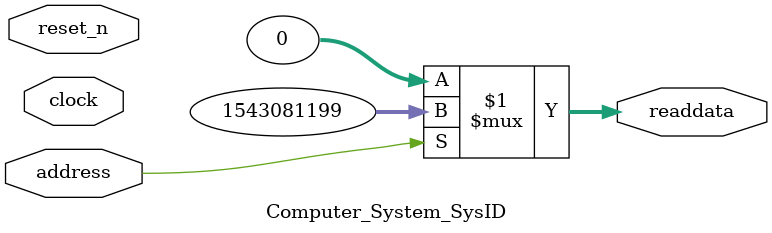
<source format=v>



// synthesis translate_off
`timescale 1ns / 1ps
// synthesis translate_on

// turn off superfluous verilog processor warnings 
// altera message_level Level1 
// altera message_off 10034 10035 10036 10037 10230 10240 10030 

module Computer_System_SysID (
               // inputs:
                address,
                clock,
                reset_n,

               // outputs:
                readdata
             )
;

  output  [ 31: 0] readdata;
  input            address;
  input            clock;
  input            reset_n;

  wire    [ 31: 0] readdata;
  //control_slave, which is an e_avalon_slave
  assign readdata = address ? 1543081199 : 0;

endmodule



</source>
